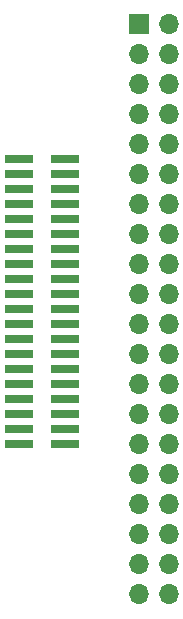
<source format=gts>
G04 #@! TF.GenerationSoftware,KiCad,Pcbnew,7.0.5-7.0.5~ubuntu23.04.1*
G04 #@! TF.CreationDate,2023-06-22T20:58:36+02:00*
G04 #@! TF.ProjectId,olimex-ice40-pi-header,6f6c696d-6578-42d6-9963-6534302d7069,rev?*
G04 #@! TF.SameCoordinates,Original*
G04 #@! TF.FileFunction,Soldermask,Top*
G04 #@! TF.FilePolarity,Negative*
%FSLAX46Y46*%
G04 Gerber Fmt 4.6, Leading zero omitted, Abs format (unit mm)*
G04 Created by KiCad (PCBNEW 7.0.5-7.0.5~ubuntu23.04.1) date 2023-06-22 20:58:36*
%MOMM*%
%LPD*%
G01*
G04 APERTURE LIST*
%ADD10R,2.400000X0.740000*%
%ADD11R,1.700000X1.700000*%
%ADD12O,1.700000X1.700000*%
G04 APERTURE END LIST*
D10*
X134575000Y-85090000D03*
X138475000Y-85090000D03*
X134575000Y-86360000D03*
X138475000Y-86360000D03*
X134575000Y-87630000D03*
X138475000Y-87630000D03*
X134575000Y-88900000D03*
X138475000Y-88900000D03*
X134575000Y-90170000D03*
X138475000Y-90170000D03*
X134575000Y-91440000D03*
X138475000Y-91440000D03*
X134575000Y-92710000D03*
X138475000Y-92710000D03*
X134575000Y-93980000D03*
X138475000Y-93980000D03*
X134575000Y-95250000D03*
X138475000Y-95250000D03*
X134575000Y-96520000D03*
X138475000Y-96520000D03*
X134575000Y-97790000D03*
X138475000Y-97790000D03*
X134575000Y-99060000D03*
X138475000Y-99060000D03*
X134575000Y-100330000D03*
X138475000Y-100330000D03*
X134575000Y-101600000D03*
X138475000Y-101600000D03*
X134575000Y-102870000D03*
X138475000Y-102870000D03*
X134575000Y-104140000D03*
X138475000Y-104140000D03*
X134575000Y-105410000D03*
X138475000Y-105410000D03*
X134575000Y-106680000D03*
X138475000Y-106680000D03*
X134575000Y-107950000D03*
X138475000Y-107950000D03*
X134575000Y-109220000D03*
X138475000Y-109220000D03*
D11*
X144780000Y-73660000D03*
D12*
X147320000Y-73660000D03*
X144780000Y-76200000D03*
X147320000Y-76200000D03*
X144780000Y-78740000D03*
X147320000Y-78740000D03*
X144780000Y-81280000D03*
X147320000Y-81280000D03*
X144780000Y-83820000D03*
X147320000Y-83820000D03*
X144780000Y-86360000D03*
X147320000Y-86360000D03*
X144780000Y-88900000D03*
X147320000Y-88900000D03*
X144780000Y-91440000D03*
X147320000Y-91440000D03*
X144780000Y-93980000D03*
X147320000Y-93980000D03*
X144780000Y-96520000D03*
X147320000Y-96520000D03*
X144780000Y-99060000D03*
X147320000Y-99060000D03*
X144780000Y-101600000D03*
X147320000Y-101600000D03*
X144780000Y-104140000D03*
X147320000Y-104140000D03*
X144780000Y-106680000D03*
X147320000Y-106680000D03*
X144780000Y-109220000D03*
X147320000Y-109220000D03*
X144780000Y-111760000D03*
X147320000Y-111760000D03*
X144780000Y-114300000D03*
X147320000Y-114300000D03*
X144780000Y-116840000D03*
X147320000Y-116840000D03*
X144780000Y-119380000D03*
X147320000Y-119380000D03*
X144780000Y-121920000D03*
X147320000Y-121920000D03*
M02*

</source>
